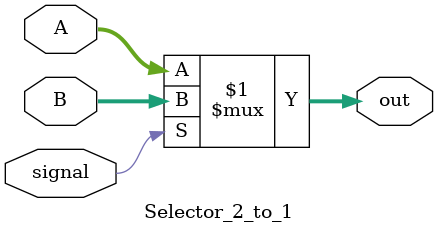
<source format=v>
`timescale 1ns / 1ps


module Selector_2_to_1(
    input signal,
    input [31:0] A,
    input [31:0] B,
    output wire [31:0] out
    );
    assign out = (signal ? B : A);
endmodule

</source>
